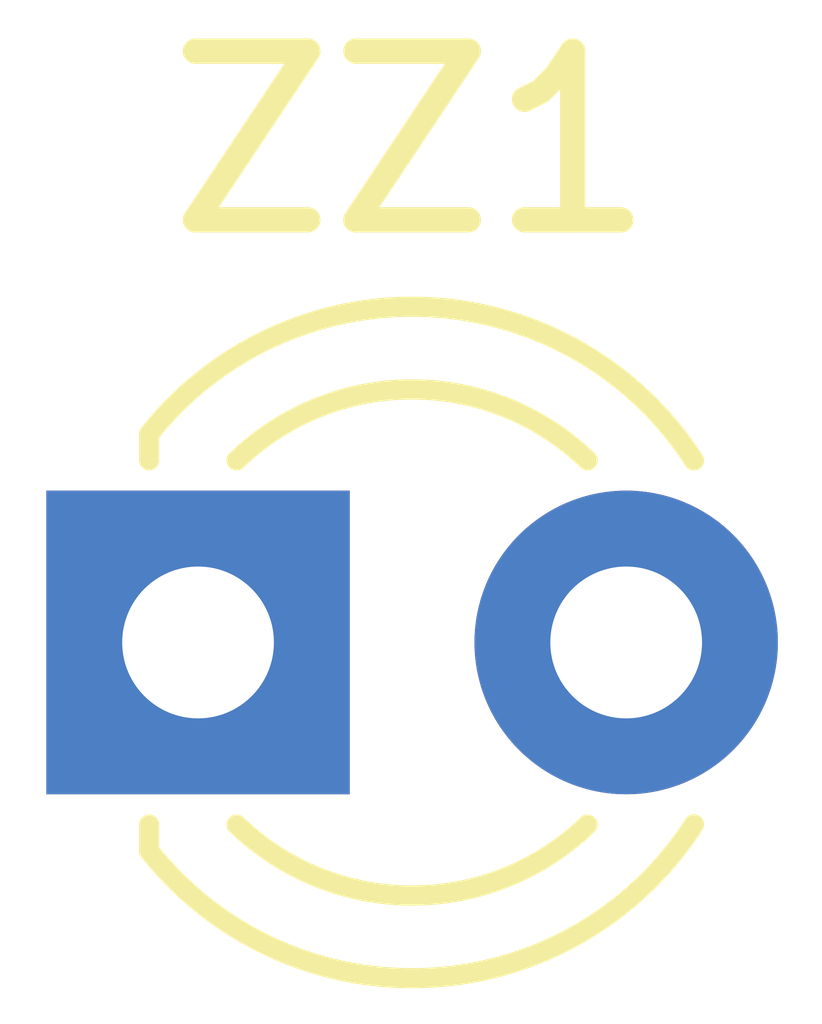
<source format=kicad_pcb>
(kicad_pcb (version 20171130) (host pcbnew "(5.1.9-0-10_14)")

  (general
    (thickness 1.6)
    (drawings 0)
    (tracks 0)
    (zones 0)
    (modules 1)
    (nets 3)
  )

  (page A4)
  (layers
    (0 F.Cu signal)
    (31 B.Cu signal)
    (32 B.Adhes user)
    (33 F.Adhes user)
    (34 B.Paste user)
    (35 F.Paste user)
    (36 B.SilkS user)
    (37 F.SilkS user)
    (38 B.Mask user)
    (39 F.Mask user)
    (40 Dwgs.User user)
    (41 Cmts.User user)
    (42 Eco1.User user)
    (43 Eco2.User user)
    (44 Edge.Cuts user)
    (45 Margin user)
    (46 B.CrtYd user hide)
    (47 F.CrtYd user hide)
    (48 B.Fab user hide)
    (49 F.Fab user hide)
  )

  (setup
    (last_trace_width 0.1524)
    (user_trace_width 0.1524)
    (user_trace_width 0.254)
    (user_trace_width 0.4064)
    (user_trace_width 0.635)
    (trace_clearance 0.1524)
    (zone_clearance 0.508)
    (zone_45_only no)
    (trace_min 0.1524)
    (via_size 0.6858)
    (via_drill 0.3048)
    (via_min_size 0.6858)
    (via_min_drill 0.3048)
    (uvia_size 0.3048)
    (uvia_drill 0.1524)
    (uvias_allowed no)
    (uvia_min_size 0.2)
    (uvia_min_drill 0.1)
    (edge_width 0.15)
    (segment_width 0.15)
    (pcb_text_width 0.3)
    (pcb_text_size 1.5 1.5)
    (mod_edge_width 0.15)
    (mod_text_size 1 1)
    (mod_text_width 0.15)
    (pad_size 1.524 1.524)
    (pad_drill 0.762)
    (pad_to_mask_clearance 0.2)
    (aux_axis_origin 0 0)
    (visible_elements FFFFFF7F)
    (pcbplotparams
      (layerselection 0x010fc_ffffffff)
      (usegerberextensions false)
      (usegerberattributes false)
      (usegerberadvancedattributes false)
      (creategerberjobfile false)
      (excludeedgelayer true)
      (linewidth 0.100000)
      (plotframeref false)
      (viasonmask false)
      (mode 1)
      (useauxorigin false)
      (hpglpennumber 1)
      (hpglpenspeed 20)
      (hpglpendiameter 15.000000)
      (psnegative false)
      (psa4output false)
      (plotreference true)
      (plotvalue true)
      (plotinvisibletext false)
      (padsonsilk false)
      (subtractmaskfromsilk false)
      (outputformat 1)
      (mirror false)
      (drillshape 1)
      (scaleselection 1)
      (outputdirectory ""))
  )

  (net 0 "")
  (net 1 GND)
  (net 2 "Net-(Pin0-Pad1)")

  (net_class Default "This is the default net class."
    (clearance 0.1524)
    (trace_width 0.1524)
    (via_dia 0.6858)
    (via_drill 0.3048)
    (uvia_dia 0.3048)
    (uvia_drill 0.1524)
    (diff_pair_width 0.1524)
    (diff_pair_gap 0.1524)
    (add_net GND)
    (add_net "Net-(Pin0-Pad1)")
  )

  (module LED_THT:LED_D3.0mm locked (layer F.Cu) (tedit 587A3A7B) (tstamp 608ACE48)
    (at -1.27 0)
    (descr "LED, diameter 3.0mm, 2 pins")
    (tags "LED diameter 3.0mm 2 pins")
    (path /5FD62DCA)
    (fp_text reference ZZ1 (at 1.27 -2.96) (layer F.SilkS)
      (effects (font (size 1 1) (thickness 0.15)))
    )
    (fp_text value LED (at 1.27 2.96) (layer F.Fab)
      (effects (font (size 1 1) (thickness 0.15)))
    )
    (fp_line (start 3.7 -2.25) (end -1.15 -2.25) (layer F.CrtYd) (width 0.05))
    (fp_line (start 3.7 2.25) (end 3.7 -2.25) (layer F.CrtYd) (width 0.05))
    (fp_line (start -1.15 2.25) (end 3.7 2.25) (layer F.CrtYd) (width 0.05))
    (fp_line (start -1.15 -2.25) (end -1.15 2.25) (layer F.CrtYd) (width 0.05))
    (fp_line (start -0.29 1.08) (end -0.29 1.236) (layer F.SilkS) (width 0.12))
    (fp_line (start -0.29 -1.236) (end -0.29 -1.08) (layer F.SilkS) (width 0.12))
    (fp_line (start -0.23 -1.16619) (end -0.23 1.16619) (layer F.Fab) (width 0.1))
    (fp_circle (center 1.27 0) (end 2.77 0) (layer F.Fab) (width 0.1))
    (fp_arc (start 1.27 0) (end -0.23 -1.16619) (angle 284.3) (layer F.Fab) (width 0.1))
    (fp_arc (start 1.27 0) (end -0.29 -1.235516) (angle 108.8) (layer F.SilkS) (width 0.12))
    (fp_arc (start 1.27 0) (end -0.29 1.235516) (angle -108.8) (layer F.SilkS) (width 0.12))
    (fp_arc (start 1.27 0) (end 0.229039 -1.08) (angle 87.9) (layer F.SilkS) (width 0.12))
    (fp_arc (start 1.27 0) (end 0.229039 1.08) (angle -87.9) (layer F.SilkS) (width 0.12))
    (pad 1 thru_hole rect (at 0 0) (size 1.8 1.8) (drill 0.9) (layers *.Cu *.Mask)
      (net 1 GND))
    (pad 2 thru_hole circle (at 2.54 0) (size 1.8 1.8) (drill 0.9) (layers *.Cu *.Mask)
      (net 2 "Net-(Pin0-Pad1)"))
    (model ${KISYS3DMOD}/LED_THT.3dshapes/LED_D3.0mm.wrl
      (at (xyz 0 0 0))
      (scale (xyz 1 1 1))
      (rotate (xyz 0 0 0))
    )
  )

)

</source>
